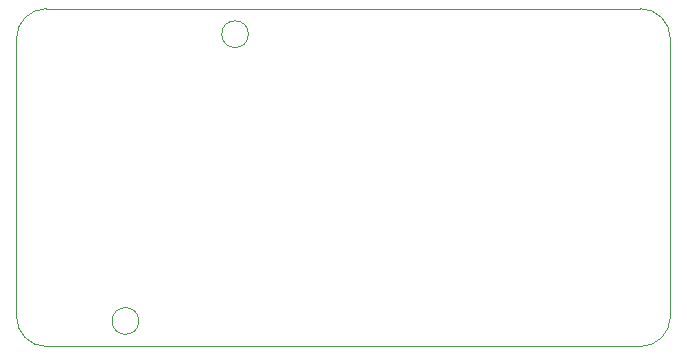
<source format=gbr>
%TF.GenerationSoftware,KiCad,Pcbnew,8.0.4*%
%TF.CreationDate,2025-03-23T22:29:41-04:00*%
%TF.ProjectId,wsg3.0,77736733-2e30-42e6-9b69-6361645f7063,rev?*%
%TF.SameCoordinates,Original*%
%TF.FileFunction,Profile,NP*%
%FSLAX46Y46*%
G04 Gerber Fmt 4.6, Leading zero omitted, Abs format (unit mm)*
G04 Created by KiCad (PCBNEW 8.0.4) date 2025-03-23 22:29:41*
%MOMM*%
%LPD*%
G01*
G04 APERTURE LIST*
%TA.AperFunction,Profile*%
%ADD10C,0.010000*%
%TD*%
G04 APERTURE END LIST*
D10*
X52832000Y0D02*
G75*
G02*
X55372000Y-2540000I0J-2540000D01*
G01*
X19640550Y-2159127D02*
G75*
G02*
X17379950Y-2159127I-1130300J0D01*
G01*
X17379950Y-2159127D02*
G75*
G02*
X19640550Y-2159127I1130300J0D01*
G01*
X2540000Y-28606750D02*
X52832000Y-28606750D01*
X55372000Y-26066750D02*
G75*
G02*
X52832000Y-28606750I-2540000J0D01*
G01*
X10361550Y-26447877D02*
G75*
G02*
X8100950Y-26447877I-1130300J0D01*
G01*
X8100950Y-26447877D02*
G75*
G02*
X10361550Y-26447877I1130300J0D01*
G01*
X52832000Y0D02*
X2540000Y0D01*
X55372000Y-26066750D02*
X55372000Y-2540000D01*
X0Y-2540000D02*
G75*
G02*
X2540000Y0I2540000J0D01*
G01*
X2540000Y-28606750D02*
G75*
G02*
X0Y-26066750I0J2540000D01*
G01*
X0Y-2540000D02*
X0Y-26066750D01*
M02*

</source>
